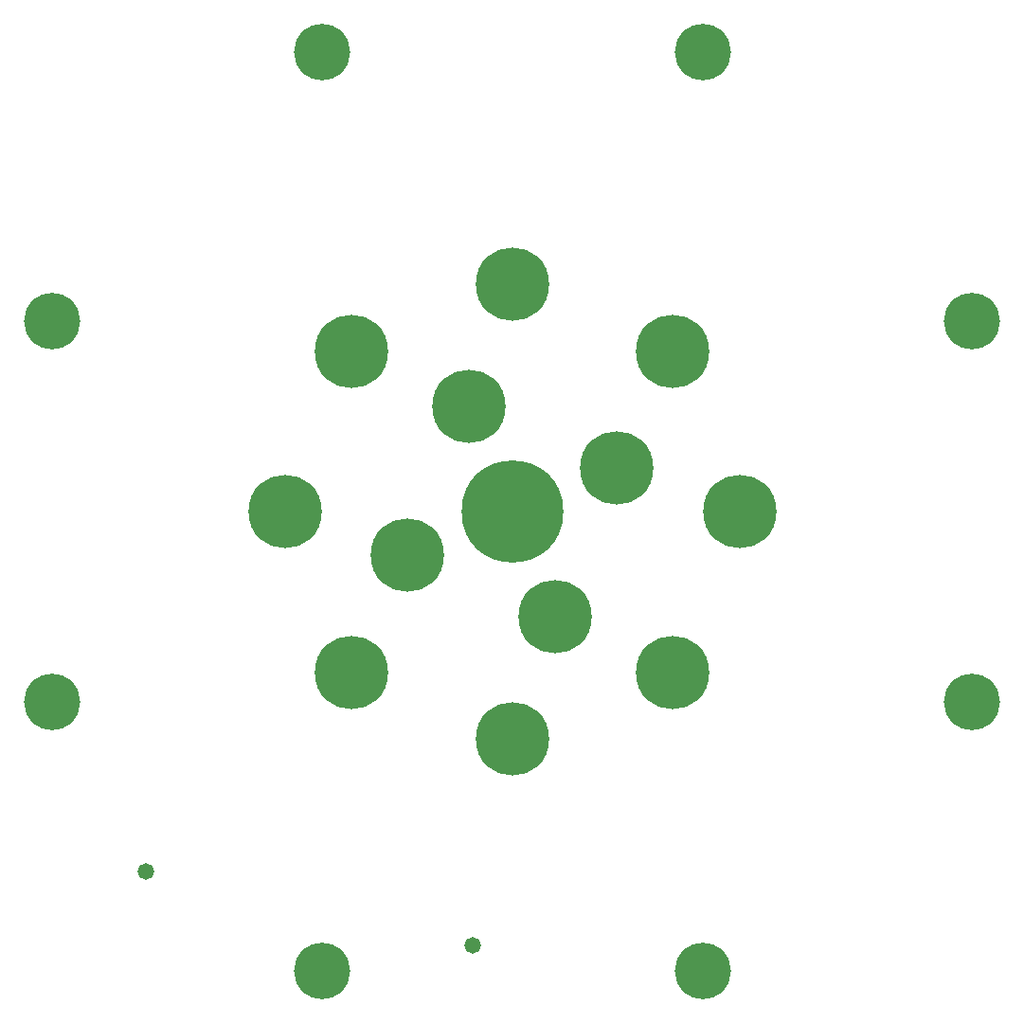
<source format=gts>
G04*
G04 #@! TF.GenerationSoftware,Altium Limited,Altium Designer,18.1.9 (240)*
G04*
G04 Layer_Color=8388736*
%FSTAX25Y25*%
%MOIN*%
G70*
G01*
G75*
%ADD12C,0.25800*%
%ADD13O,0.35800X0.35900*%
%ADD14O,0.19800X0.19900*%
%ADD15C,0.05800*%
D12*
X0536955Y0515307D02*
D03*
X0484693Y0536955D02*
D03*
X0463045Y0484693D02*
D03*
X0515307Y0463045D02*
D03*
X058Y05D02*
D03*
X042D02*
D03*
X0556568Y0556568D02*
D03*
X05Y058D02*
D03*
X0443432Y0556568D02*
D03*
Y0443432D02*
D03*
X05Y042D02*
D03*
X0556568Y0443432D02*
D03*
D13*
X05Y05D02*
D03*
D14*
X06617Y0433D02*
D03*
X0567Y03383D02*
D03*
X0433D02*
D03*
X03383Y0433D02*
D03*
Y0567D02*
D03*
X0433Y06617D02*
D03*
X0567D02*
D03*
X06617Y0567D02*
D03*
D15*
X0486Y03475D02*
D03*
X0371Y03735D02*
D03*
M02*

</source>
